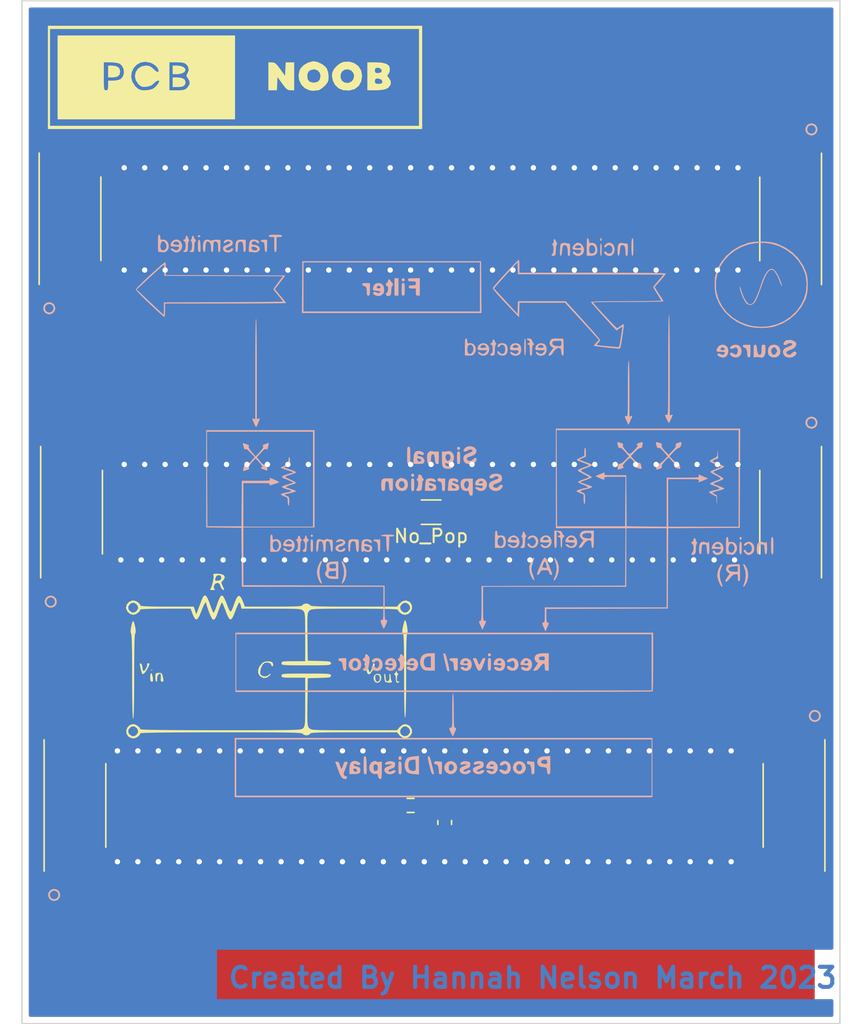
<source format=kicad_pcb>
(kicad_pcb (version 20221018) (generator pcbnew)
  (layers (0 "F.Cu" signal) (31 "B.Cu" signal) (34 "B.Paste" user) (35 "F.Paste" user) (36 "B.SilkS" user "B.Silkscreen") (37 "F.SilkS" user "F.Silkscreen") (38 "B.Mask" user) (39 "F.Mask" user) (44 "Edge.Cuts" user))
  (net 0 "")
  (net 1 "50R")
  (net 2 "GND")
  (net 3 "50R_OpenA")
  (net 4 "50R_OpenB")
  (net 5 "50R_LowpassA")
  (net 6 "50R_LowpassB")
  (footprint "CMFerriteBeadPretty:LowpassFilter" (layer "F.Cu") (at 120.015 99.695)
    (fp_text reference "G***" hide)
    (fp_text value "LowpassFilter" hide)
  )
  (footprint "CMFerriteBeadPretty:PCB_Noob" (layer "F.Cu") (at 117.475 56.515)
    (fp_text reference "G***" hide)
    (fp_text value "PCB_Noob" hide)
  )
  (footprint "CMFerriteBeadPretty:SMA" (layer "F.Cu") (at 164.084 110.744 -90)
    (fp_text reference "REF**" hide)
    (fp_text value "SMA" hide)
    (pad "1" smd rect (at 0 5.08 270) (size 1.2 3.7) (layers "F.Cu" "F.Paste" "F.Mask") (net 6 "50R_LowpassB"))
    (pad "3" smd rect (at 2.54 5.08 270) (size 1.2 3.7) (layers "F.Cu" "F.Paste" "F.Mask") (net 2 "GND"))
    (pad "4" smd rect (at -2.54 5.08 270) (size 1.2 3.7) (layers "F.Cu" "F.Paste" "F.Mask") (net 2 "GND"))
    (pad "5" smd rect (at 2.54 5.08 270) (size 1.2 3.7) (layers "F.Cu" "F.Paste" "F.Mask") (net 2 "GND"))
    (pad "GND" smd rect (at -2.54 5.08 270) (size 1.2 3.7) (layers "F.Cu" "F.Paste" "F.Mask") (net 2 "GND"))
  )
  (footprint "CMFerriteBeadPretty:SMA" (layer "F.Cu") (at 100.584 110.744 90)
    (fp_text reference "REF**" hide)
    (fp_text value "SMA" hide)
    (pad "1" smd rect (at 0 5.08 90) (size 1.2 3.7) (layers "F.Cu" "F.Paste" "F.Mask") (net 5 "50R_LowpassA"))
    (pad "3" smd rect (at 2.54 5.08 90) (size 1.2 3.7) (layers "F.Cu" "F.Paste" "F.Mask") (net 2 "GND"))
    (pad "4" smd rect (at -2.54 5.08 90) (size 1.2 3.7) (layers "F.Cu" "F.Paste" "F.Mask") (net 2 "GND"))
    (pad "5" smd rect (at 2.54 5.08 90) (size 1.2 3.7) (layers "F.Cu" "F.Paste" "F.Mask") (net 2 "GND"))
    (pad "GND" smd rect (at -2.54 5.08 90) (size 1.2 3.7) (layers "F.Cu" "F.Paste" "F.Mask") (net 2 "GND"))
  )
  (footprint "CMFerriteBeadPretty:SMA" (layer "F.Cu") (at 163.83 67.056 -90)
    (fp_text reference "REF**" hide)
    (fp_text value "SMA" hide)
    (pad "1" smd rect (at 0 5.08 270) (size 1.2 3.7) (layers "F.Cu" "F.Paste" "F.Mask") (net 1 "50R"))
    (pad "3" smd rect (at 2.54 5.08 270) (size 1.2 3.7) (layers "F.Cu" "F.Paste" "F.Mask") (net 2 "GND"))
    (pad "4" smd rect (at -2.54 5.08 270) (size 1.2 3.7) (layers "F.Cu" "F.Paste" "F.Mask") (net 2 "GND"))
    (pad "5" smd rect (at 2.54 5.08 270) (size 1.2 3.7) (layers "F.Cu" "F.Paste" "F.Mask") (net 2 "GND"))
    (pad "GND" smd rect (at -2.54 5.08 270) (size 1.2 3.7) (layers "F.Cu" "F.Paste" "F.Mask") (net 2 "GND"))
  )
  (footprint "Resistor_SMD:R_1206_3216Metric" (layer "F.Cu") (at 132.08 88.9)
    (fp_text reference "No_Pop" (at 0 1.778) (layer "F.SilkS"))
    (fp_text value "No_Pop")
    (pad "1" smd roundrect (at -1.4625 0) (size 1.125 1.75) (layers "F.Cu" "F.Paste" "F.Mask") (roundrect_rratio 0.222222) (net 3 "50R_OpenA"))
    (pad "2" smd roundrect (at 1.4625 0) (size 1.125 1.75) (layers "F.Cu" "F.Paste" "F.Mask") (roundrect_rratio 0.222222) (net 4 "50R_OpenB"))
  )
  (footprint "Resistor_SMD:R_0603_1608Metric_Pad0.98x0.95mm_HandSolder" (layer "F.Cu") (at 130.556 110.744)
    (fp_text reference "REF**" hide)
    (fp_text value "R12")
    (pad "1" smd roundrect (at -0.9125 0) (size 0.975 0.95) (layers "F.Cu" "F.Paste" "F.Mask") (net 5 "50R_LowpassA"))
    (pad "2" smd roundrect (at 0.9125 0) (size 0.975 0.95) (layers "F.Cu" "F.Paste" "F.Mask") (net 6 "50R_LowpassB"))
  )
  (footprint "CMFerriteBeadPretty:SMA" (layer "F.Cu") (at 163.83 88.9 -90)
    (fp_text reference "REF**" hide)
    (fp_text value "SMA" hide)
    (pad "1" smd rect (at 0 5.08 270) (size 1.2 3.7) (layers "F.Cu" "F.Paste" "F.Mask") (net 4 "50R_OpenB"))
    (pad "3" smd rect (at 2.54 5.08 270) (size 1.2 3.7) (layers "F.Cu" "F.Paste" "F.Mask") (net 2 "GND"))
    (pad "4" smd rect (at -2.54 5.08 270) (size 1.2 3.7) (layers "F.Cu" "F.Paste" "F.Mask") (net 2 "GND"))
    (pad "5" smd rect (at 2.54 5.08 270) (size 1.2 3.7) (layers "F.Cu" "F.Paste" "F.Mask") (net 2 "GND"))
    (pad "GND" smd rect (at -2.54 5.08 270) (size 1.2 3.7) (layers "F.Cu" "F.Paste" "F.Mask") (net 2 "GND"))
  )
  (footprint "Capacitor_SMD:C_0603_1608Metric_Pad1.08x0.95mm_HandSolder" (layer "F.Cu") (at 133.096 112.014 90)
    (fp_text reference "REF**" hide)
    (fp_text value "C_0603")
    (pad "1" smd roundrect (at -0.8625 0 90) (size 1.075 0.95) (layers "F.Cu" "F.Paste" "F.Mask") (net 2 "GND"))
    (pad "2" smd roundrect (at 0.8625 0 90) (size 1.075 0.95) (layers "F.Cu" "F.Paste" "F.Mask") (net 6 "50R_LowpassB"))
  )
  (footprint "CMFerriteBeadPretty:SMA" (layer "F.Cu") (at 100.2157 67.0433 90)
    (fp_text reference "REF**" hide)
    (fp_text value "SMA" hide)
    (pad "1" smd rect (at 0 5.08 90) (size 1.2 3.7) (layers "F.Cu" "F.Paste" "F.Mask") (net 1 "50R"))
    (pad "3" smd rect (at 2.54 5.08 90) (size 1.2 3.7) (layers "F.Cu" "F.Paste" "F.Mask") (net 2 "GND"))
    (pad "4" smd rect (at -2.54 5.08 90) (size 1.2 3.7) (layers "F.Cu" "F.Paste" "F.Mask") (net 2 "GND"))
    (pad "5" smd rect (at 2.54 5.08 90) (size 1.2 3.7) (layers "F.Cu" "F.Paste" "F.Mask") (net 2 "GND"))
    (pad "GND" smd rect (at -2.54 5.08 90) (size 1.2 3.7) (layers "F.Cu" "F.Paste" "F.Mask") (net 2 "GND"))
  )
  (footprint "CMFerriteBeadPretty:SMA" (layer "F.Cu") (at 100.33 88.9 90)
    (fp_text reference "REF**" hide)
    (fp_text value "SMA" hide)
    (pad "1" smd rect (at 0 5.08 90) (size 1.2 3.7) (layers "F.Cu" "F.Paste" "F.Mask") (net 3 "50R_OpenA"))
    (pad "3" smd rect (at 2.54 5.08 90) (size 1.2 3.7) (layers "F.Cu" "F.Paste" "F.Mask") (net 2 "GND"))
    (pad "4" smd rect (at -2.54 5.08 90) (size 1.2 3.7) (layers "F.Cu" "F.Paste" "F.Mask") (net 2 "GND"))
    (pad "5" smd rect (at 2.54 5.08 90) (size 1.2 3.7) (layers "F.Cu" "F.Paste" "F.Mask") (net 2 "GND"))
    (pad "GND" smd rect (at -2.54 5.08 90) (size 1.2 3.7) (layers "F.Cu" "F.Paste" "F.Mask") (net 2 "GND"))
  )
  (footprint "CMFerriteBeadPretty:VNA" (layer "B.Cu") (at 135.128 89.154 180)
    (fp_text reference "G***" hide)
    (fp_text value "VNA" hide)
  )
  (gr_line (start 162.5344 127) (end 101.6 127) (stroke (width 0.1)) (layer "Edge.Cuts"))
  (gr_line (start 101.6 127) (end 101.6 50.8) (stroke (width 0.1)) (layer "Edge.Cuts"))
  (gr_line (start 101.6 50.8) (end 162.5344 50.8) (stroke (width 0.1)) (layer "Edge.Cuts"))
  (gr_line (start 162.5344 50.8) (end 162.5344 127) (stroke (width 0.1)) (layer "Edge.Cuts"))
  (gr_text "Created By Hannah Nelson March 2023" (at 116.84 124.46) (layer "B.Cu") (effects (font (size 1.5 1.5) (thickness 0.3) bold) (justify left bottom)))
  (segment (start 105.3084 67.056) (end 105.2957 67.0433) (width 0.25) (layer "F.Cu") (net 1))
  (segment (start 158.75 67.056) (end 105.3084 67.056) (width 0.635) (layer "F.Cu") (net 1))
  (segment (start 133.096 112.8765) (end 133.096 113.284) (width 0.635) (layer "F.Cu") (net 2))
  (segment (start 133.096 113.284) (end 105.664 113.284) (width 0.635) (layer "F.Cu") (net 2))
  (segment (start 158.75 113.284) (end 133.096 113.284) (width 0.635) (layer "F.Cu") (net 2))
  (via (at 133.096 114.935) (size 0.8) (drill 0.4) (layers "F.Cu" "B.Cu") (net 2))
  (via (at 137.668 114.935) (size 0.8) (drill 0.4) (layers "F.Cu" "B.Cu") (net 2))
  (via (at 119.888 85.344) (size 0.8) (drill 0.4) (layers "F.Cu" "B.Cu") (net 2))
  (via (at 153.162 92.456) (size 0.8) (drill 0.4) (layers "F.Cu" "B.Cu") (net 2))
  (via (at 147.32 63.246) (size 0.8) (drill 0.4) (layers "F.Cu" "B.Cu") (net 2))
  (via (at 109.22 85.344) (size 0.8) (drill 0.4) (layers "F.Cu" "B.Cu") (net 2))
  (via (at 120.904 106.68) (size 0.8) (drill 0.4) (layers "F.Cu" "B.Cu") (net 2))
  (via (at 130.302 92.456) (size 0.8) (drill 0.4) (layers "F.Cu" "B.Cu") (net 2))
  (via (at 142.24 114.935) (size 0.8) (drill 0.4) (layers "F.Cu" "B.Cu") (net 2))
  (via (at 154.94 63.246) (size 0.8) (drill 0.4) (layers "F.Cu" "B.Cu") (net 2))
  (via (at 154.94 70.866) (size 0.8) (drill 0.4) (layers "F.Cu" "B.Cu") (net 2))
  (via (at 127.254 92.456) (size 0.8) (drill 0.4) (layers "F.Cu" "B.Cu") (net 2))
  (via (at 153.416 85.344) (size 0.8) (drill 0.4) (layers "F.Cu" "B.Cu") (net 2))
  (via (at 121.158 92.456) (size 0.8) (drill 0.4) (layers "F.Cu" "B.Cu") (net 2))
  (via (at 116.84 63.246) (size 0.8) (drill 0.4) (layers "F.Cu" "B.Cu") (net 2))
  (via (at 118.11 92.456) (size 0.8) (drill 0.4) (layers "F.Cu" "B.Cu") (net 2))
  (via (at 140.97 92.456) (size 0.8) (drill 0.4) (layers "F.Cu" "B.Cu") (net 2))
  (via (at 127 114.935) (size 0.8) (drill 0.4) (layers "F.Cu" "B.Cu") (net 2))
  (via (at 125.73 92.456) (size 0.8) (drill 0.4) (layers "F.Cu" "B.Cu") (net 2))
  (via (at 130.556 85.344) (size 0.8) (drill 0.4) (layers "F.Cu" "B.Cu") (net 2))
  (via (at 129.032 70.866) (size 0.8) (drill 0.4) (layers "F.Cu" "B.Cu") (net 2))
  (via (at 149.86 114.935) (size 0.8) (drill 0.4) (layers "F.Cu" "B.Cu") (net 2))
  (via (at 134.62 114.935) (size 0.8) (drill 0.4) (layers "F.Cu" "B.Cu") (net 2))
  (via (at 124.206 92.456) (size 0.8) (drill 0.4) (layers "F.Cu" "B.Cu") (net 2))
  (via (at 128.778 92.456) (size 0.8) (drill 0.4) (layers "F.Cu" "B.Cu") (net 2))
  (via (at 150.368 85.344) (size 0.8) (drill 0.4) (layers "F.Cu" "B.Cu") (net 2))
  (via (at 151.892 85.344) (size 0.8) (drill 0.4) (layers "F.Cu" "B.Cu") (net 2))
  (via (at 115.316 85.344) (size 0.8) (drill 0.4) (layers "F.Cu" "B.Cu") (net 2))
  (via (at 145.288 114.935) (size 0.8) (drill 0.4) (layers "F.Cu" "B.Cu") (net 2))
  (via (at 124.46 70.866) (size 0.8) (drill 0.4) (layers "F.Cu" "B.Cu") (net 2))
  (via (at 124.46 85.344) (size 0.8) (drill 0.4) (layers "F.Cu" "B.Cu") (net 2))
  (via (at 122.682 92.456) (size 0.8) (drill 0.4) (layers "F.Cu" "B.Cu") (net 2))
  (via (at 136.398 92.456) (size 0.8) (drill 0.4) (layers "F.Cu" "B.Cu") (net 2))
  (via (at 145.288 106.68) (size 0.8) (drill 0.4) (layers "F.Cu" "B.Cu") (net 2))
  (via (at 139.192 114.935) (size 0.8) (drill 0.4) (layers "F.Cu" "B.Cu") (net 2))
  (via (at 119.888 70.866) (size 0.8) (drill 0.4) (layers "F.Cu" "B.Cu") (net 2))
  (via (at 151.892 63.246) (size 0.8) (drill 0.4) (layers "F.Cu" "B.Cu") (net 2))
  (via (at 154.686 92.456) (size 0.8) (drill 0.4) (layers "F.Cu" "B.Cu") (net 2))
  (via (at 141.224 63.246) (size 0.8) (drill 0.4) (layers "F.Cu" "B.Cu") (net 2))
  (via (at 122.936 63.246) (size 0.8) (drill 0.4) (layers "F.Cu" "B.Cu") (net 2))
  (via (at 148.336 114.935) (size 0.8) (drill 0.4) (layers "F.Cu" "B.Cu") (net 2))
  (via (at 112.268 70.866) (size 0.8) (drill 0.4) (layers "F.Cu" "B.Cu") (net 2))
  (via (at 116.586 92.456) (size 0.8) (drill 0.4) (layers "F.Cu" "B.Cu") (net 2))
  (via (at 148.844 70.866) (size 0.8) (drill 0.4) (layers "F.Cu" "B.Cu") (net 2))
  (via (at 138.176 70.866) (size 0.8) (drill 0.4) (layers "F.Cu" "B.Cu") (net 2))
  (via (at 121.412 85.344) (size 0.8) (drill 0.4) (layers "F.Cu" "B.Cu") (net 2))
  (via (at 119.888 63.246) (size 0.8) (drill 0.4) (layers "F.Cu" "B.Cu") (net 2))
  (via (at 149.86 106.68) (size 0.8) (drill 0.4) (layers "F.Cu" "B.Cu") (net 2))
  (via (at 133.096 106.68) (size 0.8) (drill 0.4) (layers "F.Cu" "B.Cu") (net 2))
  (via (at 147.066 92.456) (size 0.8) (drill 0.4) (layers "F.Cu" "B.Cu") (net 2))
  (via (at 114.808 106.68) (size 0.8) (drill 0.4) (layers "F.Cu" "B.Cu") (net 2))
  (via (at 109.22 63.246) (size 0.8) (drill 0.4) (layers "F.Cu" "B.Cu") (net 2))
  (via (at 121.412 63.246) (size 0.8) (drill 0.4) (layers "F.Cu" "B.Cu") (net 2))
  (via (at 139.192 106.68) (size 0.8) (drill 0.4) (layers "F.Cu" "B.Cu") (net 2))
  (via (at 136.652 63.246) (size 0.8) (drill 0.4) (layers "F.Cu" "B.Cu") (net 2))
  (via (at 150.368 63.246) (size 0.8) (drill 0.4) (layers "F.Cu" "B.Cu") (net 2))
  (via (at 133.35 92.456) (size 0.8) (drill 0.4) (layers "F.Cu" "B.Cu") (net 2))
  (via (at 115.316 70.866) (size 0.8) (drill 0.4) (layers "F.Cu" "B.Cu") (net 2))
  (via (at 154.94 85.344) (size 0.8) (drill 0.4) (layers "F.Cu" "B.Cu") (net 2))
  (via (at 119.38 106.68) (size 0.8) (drill 0.4) (layers "F.Cu" "B.Cu") (net 2))
  (via (at 129.032 63.246) (size 0.8) (drill 0.4) (layers "F.Cu" "B.Cu") (net 2))
  (via (at 125.476 106.68) (size 0.8) (drill 0.4) (layers "F.Cu" "B.Cu") (net 2))
  (via (at 117.856 114.935) (size 0.8) (drill 0.4) (layers "F.Cu" "B.Cu") (net 2))
  (via (at 118.364 70.866) (size 0.8) (drill 0.4) (layers "F.Cu" "B.Cu") (net 2))
  (via (at 144.272 63.246) (size 0.8) (drill 0.4) (layers "F.Cu" "B.Cu") (net 2))
  (via (at 154.432 114.935) (size 0.8) (drill 0.4) (layers "F.Cu" "B.Cu") (net 2))
  (via (at 130.048 114.935) (size 0.8) (drill 0.4) (layers "F.Cu" "B.Cu") (net 2))
  (via (at 108.966 92.456) (size 0.8) (drill 0.4) (layers "F.Cu" "B.Cu") (net 2))
  (via (at 136.652 70.866) (size 0.8) (drill 0.4) (layers "F.Cu" "B.Cu") (net 2))
  (via (at 125.984 63.246) (size 0.8) (drill 0.4) (layers "F.Cu" "B.Cu") (net 2))
  (via (at 154.432 106.68) (size 0.8) (drill 0.4) (layers "F.Cu" "B.Cu") (net 2))
  (via (at 144.272 85.344) (size 0.8) (drill 0.4) (layers "F.Cu" "B.Cu") (net 2))
  (via (at 133.604 70.866) (size 0.8) (drill 0.4) (layers "F.Cu" "B.Cu") (net 2))
  (via (at 148.844 63.246) (size 0.8) (drill 0.4) (layers "F.Cu" "B.Cu") (net 2))
  (via (at 152.908 106.68) (size 0.8) (drill 0.4) (layers "F.Cu" "B.Cu") (net 2))
  (via (at 139.7 63.246) (size 0.8) (drill 0.4) (layers "F.Cu" "B.Cu") (net 2))
  (via (at 148.336 106.68) (size 0.8) (drill 0.4) (layers "F.Cu" "B.Cu") (net 2))
  (via (at 123.952 114.935) (size 0.8) (drill 0.4) (layers "F.Cu" "B.Cu") (net 2))
  (via (at 145.796 63.246) (size 0.8) (drill 0.4) (layers "F.Cu" "B.Cu") (net 2))
  (via (at 119.634 92.456) (size 0.8) (drill 0.4) (layers "F.Cu" "B.Cu") (net 2))
  (via (at 110.744 63.246) (size 0.8) (drill 0.4) (layers "F.Cu" "B.Cu") (net 2))
  (via (at 108.712 106.68) (size 0.8) (drill 0.4) (layers "F.Cu" "B.Cu") (net 2))
  (via (at 141.224 85.344) (size 0.8) (drill 0.4) (layers "F.Cu" "B.Cu") (net 2))
  (via (at 150.114 92.456) (size 0.8) (drill 0.4) (layers "F.Cu" "B.Cu") (net 2))
  (via (at 116.84 70.866) (size 0.8) (drill 0.4) (layers "F.Cu" "B.Cu") (net 2))
  (via (at 111.76 106.68) (size 0.8) (drill 0.4) (layers "F.Cu" "B.Cu") (net 2))
  (via (at 133.604 63.246) (size 0.8) (drill 0.4) (layers "F.Cu" "B.Cu") (net 2))
  (via (at 118.364 63.246) (size 0.8) (drill 0.4) (layers "F.Cu" "B.Cu") (net 2))
  (via (at 135.128 85.344) (size 0.8) (drill 0.4) (layers "F.Cu" "B.Cu") (net 2))
  (via (at 125.984 70.866) (size 0.8) (drill 0.4) (layers "F.Cu" "B.Cu") (net 2))
  (via (at 127.508 85.344) (size 0.8) (drill 0.4) (layers "F.Cu" "B.Cu") (net 2))
  (via (at 122.936 70.866) (size 0.8) (drill 0.4) (layers "F.Cu" "B.Cu") (net 2))
  (via (at 143.764 106.68) (size 0.8) (drill 0.4) (layers "F.Cu" "B.Cu") (net 2))
  (via (at 135.128 63.246) (size 0.8) (drill 0.4) (layers "F.Cu" "B.Cu") (net 2))
  (via (at 141.224 70.866) (size 0.8) (drill 0.4) (layers "F.Cu" "B.Cu") (net 2))
  (via (at 113.792 70.866) (size 0.8) (drill 0.4) (layers "F.Cu" "B.Cu") (net 2))
  (via (at 131.826 92.456) (size 0.8) (drill 0.4) (layers "F.Cu" "B.Cu") (net 2))
  (via (at 140.716 106.68) (size 0.8) (drill 0.4) (layers "F.Cu" "B.Cu") (net 2))
  (via (at 113.792 63.246) (size 0.8) (drill 0.4) (layers "F.Cu" "B.Cu") (net 2))
  (via (at 122.936 85.344) (size 0.8) (drill 0.4) (layers "F.Cu" "B.Cu") (net 2))
  (via (at 147.32 70.866) (size 0.8) (drill 0.4) (layers "F.Cu" "B.Cu") (net 2))
  (via (at 110.744 85.344) (size 0.8) (drill 0.4) (layers "F.Cu" "B.Cu") (net 2))
  (via (at 118.364 85.344) (size 0.8) (drill 0.4) (layers "F.Cu" "B.Cu") (net 2))
  (via (at 146.812 106.68) (size 0.8) (drill 0.4) (layers "F.Cu" "B.Cu") (net 2))
  (via (at 136.144 114.935) (size 0.8) (drill 0.4) (layers "F.Cu" "B.Cu") (net 2))
  (via (at 131.572 106.68) (size 0.8) (drill 0.4) (layers "F.Cu" "B.Cu") (net 2))
  (via (at 113.284 114.935) (size 0.8) (drill 0.4) (layers "F.Cu" "B.Cu") (net 2))
  (via (at 125.984 85.344) (size 0.8) (drill 0.4) (layers "F.Cu" "B.Cu") (net 2))
  (via (at 146.812 114.935) (size 0.8) (drill 0.4) (layers "F.Cu" "B.Cu") (net 2))
  (via (at 128.524 114.935) (size 0.8) (drill 0.4) (layers "F.Cu" "B.Cu") (net 2))
  (via (at 130.048 106.68) (size 0.8) (drill 0.4) (layers "F.Cu" "B.Cu") (net 2))
  (via (at 113.284 106.68) (size 0.8) (drill 0.4) (layers "F.Cu" "B.Cu") (net 2))
  (via (at 152.908 114.935) (size 0.8) (drill 0.4) (layers "F.Cu" "B.Cu") (net 2))
  (via (at 115.316 63.246) (size 0.8) (drill 0.4) (layers "F.Cu" "B.Cu") (net 2))
  (via (at 139.446 92.456) (size 0.8) (drill 0.4) (layers "F.Cu" "B.Cu") (net 2))
  (via (at 139.7 85.344) (size 0.8) (drill 0.4) (layers "F.Cu" "B.Cu") (net 2))
  (via (at 133.604 85.344) (size 0.8) (drill 0.4) (layers "F.Cu" "B.Cu") (net 2))
  (via (at 137.922 92.456) (size 0.8) (drill 0.4) (layers "F.Cu" "B.Cu") (net 2))
  (via (at 130.556 70.866) (size 0.8) (drill 0.4) (layers "F.Cu" "B.Cu") (net 2))
  (via (at 135.128 70.866) (size 0.8) (drill 0.4) (layers "F.Cu" "B.Cu") (net 2))
  (via (at 112.014 92.456) (size 0.8) (drill 0.4) (layers "F.Cu" "B.Cu") (net 2))
  (via (at 114.808 114.935) (size 0.8) (drill 0.4) (layers "F.Cu" "B.Cu") (net 2))
  (via (at 142.748 63.246) (size 0.8) (drill 0.4) (layers "F.Cu" "B.Cu") (net 2))
  (via (at 138.176 63.246) (size 0.8) (drill 0.4) (layers "F.Cu" "B.Cu") (net 2))
  (via (at 142.24 106.68) (size 0.8) (drill 0.4) (layers "F.Cu" "B.Cu") (net 2))
  (via (at 112.268 85.344) (size 0.8) (drill 0.4) (layers "F.Cu" "B.Cu") (net 2))
  (via (at 113.538 92.456) (size 0.8) (drill 0.4) (layers "F.Cu" "B.Cu") (net 2))
  (via (at 116.332 106.68) (size 0.8) (drill 0.4) (layers "F.Cu" "B.Cu") (net 2))
  (via (at 151.892 70.866) (size 0.8) (drill 0.4) (layers "F.Cu" "B.Cu") (net 2))
  (via (at 132.08 85.344) (size 0.8) (drill 0.4) (layers "F.Cu" "B.Cu") (net 2))
  (via (at 131.572 114.935) (size 0.8) (drill 0.4) (layers "F.Cu" "B.Cu") (net 2))
  (via (at 127.508 63.246) (size 0.8) (drill 0.4) (layers "F.Cu" "B.Cu") (net 2))
  (via (at 123.952 106.68) (size 0.8) (drill 0.4) (layers "F.Cu" "B.Cu") (net 2))
  (via (at 148.59 92.456) (size 0.8) (drill 0.4) (layers "F.Cu" "B.Cu") (net 2))
  (via (at 110.236 114.935) (size 0.8) (drill 0.4) (layers "F.Cu" "B.Cu") (net 2))
  (via (at 115.062 92.456) (size 0.8) (drill 0.4) (layers "F.Cu" "B.Cu") (net 2))
  (via (at 111.76 114.935) (size 0.8) (drill 0.4) (layers "F.Cu" "B.Cu") (net 2))
  (via (at 132.08 70.866) (size 0.8) (drill 0.4) (layers "F.Cu" "B.Cu") (net 2))
  (via (at 151.638 92.456) (size 0.8) (drill 0.4) (layers "F.Cu" "B.Cu") (net 2))
  (via (at 147.32 85.344) (size 0.8) (drill 0.4) (layers "F.Cu" "B.Cu") (net 2))
  (via (at 153.416 70.866) (size 0.8) (drill 0.4) (layers "F.Cu" "B.Cu") (net 2))
  (via (at 144.018 92.456) (size 0.8) (drill 0.4) (layers "F.Cu" "B.Cu") (net 2))
  (via (at 151.384 114.935) (size 0.8) (drill 0.4) (layers "F.Cu" "B.Cu") (net 2))
  (via (at 130.556 63.246) (size 0.8) (drill 0.4) (layers "F.Cu" "B.Cu") (net 2))
  (via (at 142.494 92.456) (size 0.8) (drill 0.4) (layers "F.Cu" "B.Cu") (net 2))
  (via (at 121.412 70.866) (size 0.8) (drill 0.4) (layers "F.Cu" "B.Cu") (net 2))
  (via (at 110.49 92.456) (size 0.8) (drill 0.4) (layers "F.Cu" "B.Cu") (net 2))
  (via (at 151.384 106.68) (size 0.8) (drill 0.4) (layers "F.Cu" "B.Cu") (net 2))
  (via (at 150.368 70.866) (size 0.8) (drill 0.4) (layers "F.Cu" "B.Cu") (net 2))
  (via (at 148.844 85.344) (size 0.8) (drill 0.4) (layers "F.Cu" "B.Cu") (net 2))
  (via (at 137.668 106.68) (size 0.8) (drill 0.4) (layers "F.Cu" "B.Cu") (net 2))
  (via (at 128.524 106.68) (size 0.8) (drill 0.4) (layers "F.Cu" "B.Cu") (net 2))
  (via (at 125.476 114.935) (size 0.8) (drill 0.4) (layers "F.Cu" "B.Cu") (net 2))
  (via (at 116.332 114.935) (size 0.8) (drill 0.4) (layers "F.Cu" "B.Cu") (net 2))
  (via (at 108.712 114.935) (size 0.8) (drill 0.4) (layers "F.Cu" "B.Cu") (net 2))
  (via (at 127.508 70.866) (size 0.8) (drill 0.4) (layers "F.Cu" "B.Cu") (net 2))
  (via (at 120.904 114.935) (size 0.8) (drill 0.4) (layers "F.Cu" "B.Cu") (net 2))
  (via (at 122.428 106.68) (size 0.8) (drill 0.4) (layers "F.Cu" "B.Cu") (net 2))
  (via (at 143.764 114.935) (size 0.8) (drill 0.4) (layers "F.Cu" "B.Cu") (net 2))
  (via (at 134.62 106.68) (size 0.8) (drill 0.4) (layers "F.Cu" "B.Cu") (net 2))
  (via (at 127 106.68) (size 0.8) (drill 0.4) (layers "F.Cu" "B.Cu") (net 2))
  (via (at 142.748 85.344) (size 0.8) (drill 0.4) (layers "F.Cu" "B.Cu") (net 2))
  (via (at 145.796 70.866) (size 0.8) (drill 0.4) (layers "F.Cu" "B.Cu") (net 2))
  (via (at 139.7 70.866) (size 0.8) (drill 0.4) (layers "F.Cu" "B.Cu") (net 2))
  (via (at 145.542 92.456) (size 0.8) (drill 0.4) (layers "F.Cu" "B.Cu") (net 2))
  (via (at 142.748 70.866) (size 0.8) (drill 0.4) (layers "F.Cu" "B.Cu") (net 2))
  (via (at 117.856 106.68) (size 0.8) (drill 0.4) (layers "F.Cu" "B.Cu") (net 2))
  (via (at 124.46 63.246) (size 0.8) (drill 0.4) (layers "F.Cu" "B.Cu") (net 2))
  (via (at 134.874 92.456) (size 0.8) (drill 0.4) (layers "F.Cu" "B.Cu") (net 2))
  (via (at 112.268 63.246) (size 0.8) (drill 0.4) (layers "F.Cu" "B.Cu") (net 2))
  (via (at 140.716 114.935) (size 0.8) (drill 0.4) (layers "F.Cu" "B.Cu") (net 2))
  (via (at 136.652 85.344) (size 0.8) (drill 0.4) (layers "F.Cu" "B.Cu") (net 2))
  (via (at 109.22 70.866) (size 0.8) (drill 0.4) (layers "F.Cu" "B.Cu") (net 2))
  (via (at 122.428 114.935) (size 0.8) (drill 0.4) (layers "F.Cu" "B.Cu") (net 2))
  (via (at 113.792 85.344) (size 0.8) (drill 0.4) (layers "F.Cu" "B.Cu") (net 2))
  (via (at 110.236 106.68) (size 0.8) (drill 0.4) (layers "F.Cu" "B.Cu") (net 2))
  (via (at 138.176 85.344) (size 0.8) (drill 0.4) (layers "F.Cu" "B.Cu") (net 2))
  (via (at 129.032 85.344) (size 0.8) (drill 0.4) (layers "F.Cu" "B.Cu") (net 2))
  (via (at 132.08 63.246) (size 0.8) (drill 0.4) (layers "F.Cu" "B.Cu") (net 2))
  (via (at 116.84 85.344) (size 0.8) (drill 0.4) (layers "F.Cu" "B.Cu") (net 2))
  (via (at 110.744 70.866) (size 0.8) (drill 0.4) (layers "F.Cu" "B.Cu") (net 2))
  (via (at 136.144 106.68) (size 0.8) (drill 0.4) (layers "F.Cu" "B.Cu") (net 2))
  (via (at 119.38 114.935) (size 0.8) (drill 0.4) (layers "F.Cu" "B.Cu") (net 2))
  (via (at 153.416 63.246) (size 0.8) (drill 0.4) (layers "F.Cu" "B.Cu") (net 2))
  (via (at 145.796 85.344) (size 0.8) (drill 0.4) (layers "F.Cu" "B.Cu") (net 2))
  (via (at 144.272 70.866) (size 0.8) (drill 0.4) (layers "F.Cu" "B.Cu") (net 2))
  (segment (start 105.41 88.9) (end 130.6175 88.9) (width 0.635) (layer "F.Cu") (net 3))
  (segment (start 158.75 88.9) (end 133.5425 88.9) (width 0.635) (layer "F.Cu") (net 4))
  (segment (start 129.6435 110.744) (end 105.664 110.744) (width 0.635) (layer "F.Cu") (net 5))
  (segment (start 133.096 111.1515) (end 133.096 110.744) (width 0.635) (layer "F.Cu") (net 6))
  (segment (start 133.096 110.744) (end 131.4685 110.744) (width 0.635) (layer "F.Cu") (net 6))
  (segment (start 159.004 110.744) (end 133.096 110.744) (width 0.635) (layer "F.Cu") (net 6))
  (zone (net 2) (net_name "GND") (layer "F.Cu") (priority 2) (connect_pads (clearance 0.5)) (min_thickness 0.25) (fill yes (thermal_gap 0.5) (thermal_bridge_width 0.5))
    (polygon (pts (xy 103.505 113.665) (xy 160.655 113.665) (xy 160.655 126.365) (xy 103.505 126.365)))
  )
  (zone (net 2) (net_name "GND") (layer "F.Cu") (priority 2) (connect_pads (clearance 0.5)) (min_thickness 0.25) (fill yes (thermal_gap 0.5) (thermal_bridge_width 0.5))
    (polygon (pts (xy 103.505 51.435) (xy 160.655 51.435) (xy 160.655 64.135) (xy 103.505 64.135)))
  )
  (zone (net 2) (net_name "GND") (layer "F.Cu") (priority 2) (connect_pads (clearance 0.5)) (min_thickness 0.25) (fill yes (thermal_gap 0.5) (thermal_bridge_width 0.5))
    (polygon (pts (xy 103.505 69.85) (xy 160.655 69.85) (xy 160.655 86.36) (xy 103.505 86.36)))
  )
  (zone (net 2) (net_name "GND") (layer "F.Cu") (priority 2) (connect_pads (clearance 0.5)) (min_thickness 0.25) (fill yes (thermal_gap 0.5) (thermal_bridge_width 0.5))
    (polygon (pts (xy 103.505 91.44) (xy 160.655 91.44) (xy 160.655 107.95) (xy 103.505 107.95)))
  )
  (zone (net 2) (net_name "GND") (layer "B.Cu") (priority 3) (connect_pads (clearance 0.5)) (min_thickness 0.25) (fill yes (thermal_gap 0.5) (thermal_bridge_width 0.5))
    (polygon (pts (xy 102.108 126.492) (xy 162.052 126.492) (xy 162.052 51.308) (xy 102.108 51.308)))
  )
)
</source>
